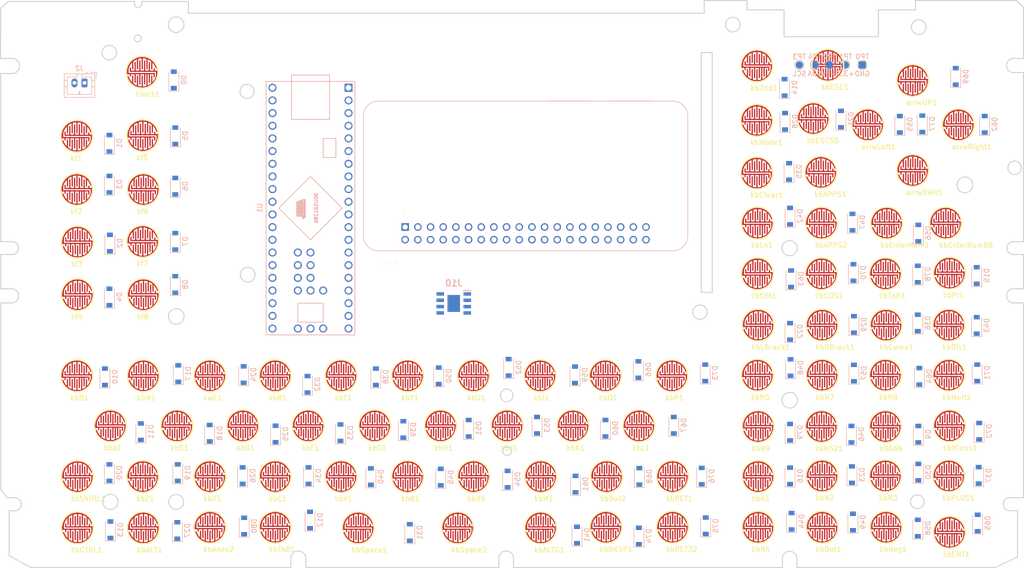
<source format=kicad_pcb>
(kicad_pcb (version 20210228) (generator pcbnew)
  (layers (0 "F.Cu" signal) (31 "B.Cu" signal) (34 "B.Paste" user) (35 "F.Paste" user) (36 "B.SilkS" user "B.Silkscreen") (37 "F.SilkS" user "F.Silkscreen") (38 "B.Mask" user) (39 "F.Mask" user) (44 "Edge.Cuts" user))
  (net 0 "")
  (net 1 "col9")
  (net 2 "col6")
  (net 3 "col7")
  (net 4 "col8")
  (net 5 "col0")
  (net 6 "col2")
  (net 7 "col4")
  (net 8 "col5")
  (net 9 "col3")
  (net 10 "col1")
  (net 15 "+5")
  (net 17 "GND")
  (net 18 "SDA")
  (net 19 "SCL")
  (net 53 "+3.3")
  (net 63 "Net-(D0-Pad2)")
  (net 67 "Net-(D2-Pad2)")
  (net 68 "Net-(D3-Pad2)")
  (net 69 "Net-(D4-Pad2)")
  (net 70 "Net-(D5-Pad2)")
  (net 71 "Net-(D6-Pad2)")
  (net 72 "Net-(D7-Pad2)")
  (net 74 "Net-(D8-Pad2)")
  (net 75 "Net-(D9-Pad2)")
  (net 79 "Net-(D10-Pad2)")
  (net 80 "Net-(D11-Pad2)")
  (net 81 "Net-(D12-Pad2)")
  (net 82 "Net-(D13-Pad2)")
  (net 87 "row0")
  (net 88 "row1")
  (net 89 "row2")
  (net 90 "row3")
  (net 95 "row4")
  (net 96 "row5")
  (net 97 "row6")
  (net 98 "row7")
  (net 103 "Net-(D1-Pad2)")
  (net 104 "row8")
  (net 105 "row9")
  (net 106 "Net-(D14-Pad2)")
  (net 107 "Net-(D15-Pad2)")
  (net 108 "Net-(D16-Pad2)")
  (net 109 "Net-(D17-Pad2)")
  (net 110 "Net-(D18-Pad2)")
  (net 111 "Net-(D19-Pad2)")
  (net 112 "Net-(D20-Pad2)")
  (net 113 "Net-(D21-Pad2)")
  (net 114 "Net-(D22-Pad2)")
  (net 115 "Net-(D23-Pad2)")
  (net 116 "Net-(D24-Pad2)")
  (net 117 "Net-(D25-Pad2)")
  (net 118 "Net-(D26-Pad2)")
  (net 119 "Net-(D27-Pad2)")
  (net 120 "Net-(D28-Pad2)")
  (net 121 "Net-(D29-Pad2)")
  (net 122 "Net-(D30-Pad2)")
  (net 123 "Net-(D31-Pad2)")
  (net 124 "Net-(D32-Pad2)")
  (net 125 "Net-(D33-Pad2)")
  (net 126 "Net-(D34-Pad2)")
  (net 127 "Net-(D35-Pad2)")
  (net 128 "Net-(D36-Pad2)")
  (net 129 "Net-(D37-Pad2)")
  (net 130 "Net-(D38-Pad2)")
  (net 131 "Net-(D39-Pad2)")
  (net 132 "Net-(D40-Pad2)")
  (net 133 "Net-(D41-Pad2)")
  (net 134 "Net-(D42-Pad2)")
  (net 135 "Net-(D43-Pad2)")
  (net 136 "Net-(D44-Pad2)")
  (net 137 "Net-(D45-Pad2)")
  (net 138 "Net-(D46-Pad2)")
  (net 139 "Net-(D47-Pad2)")
  (net 140 "Net-(D48-Pad2)")
  (net 141 "Net-(D49-Pad2)")
  (net 142 "Net-(D50-Pad2)")
  (net 143 "Net-(D51-Pad2)")
  (net 144 "Net-(D52-Pad2)")
  (net 145 "Net-(D53-Pad2)")
  (net 146 "Net-(D54-Pad2)")
  (net 147 "Net-(D55-Pad2)")
  (net 148 "Net-(D56-Pad2)")
  (net 149 "Net-(D57-Pad2)")
  (net 150 "Net-(D58-Pad2)")
  (net 151 "Net-(D59-Pad2)")
  (net 152 "Net-(D60-Pad2)")
  (net 153 "Net-(D61-Pad2)")
  (net 154 "Net-(D62-Pad2)")
  (net 155 "Net-(D63-Pad2)")
  (net 156 "Net-(D64-Pad2)")
  (net 157 "Net-(D65-Pad2)")
  (net 158 "Net-(D66-Pad2)")
  (net 159 "Net-(D67-Pad2)")
  (net 160 "Net-(D68-Pad2)")
  (net 161 "Net-(D69-Pad2)")
  (net 162 "Net-(D70-Pad2)")
  (net 163 "Net-(D71-Pad2)")
  (net 164 "Net-(D72-Pad2)")
  (net 165 "Net-(D73-Pad2)")
  (net 166 "Net-(D74-Pad2)")
  (net 167 "Net-(D75-Pad2)")
  (net 168 "Net-(D76-Pad2)")
  (net 169 "Net-(D77-Pad2)")
  (net 170 "Net-(D78-Pad2)")
  (net 171 "Net-(D79-Pad2)")
  (net 172 "Net-(D80-Pad2)")
  (net 177 "Net-(J1-Pad1)")
  (net 178 "Net-(J10-Pad2)")
  (net 179 "Net-(J10-Pad5)")
  (footprint "18650:Kbpad" (layer "F.Cu") (at 204.343 100.457)
    (fp_text reference "kbLBrack1")
    (fp_text value "(" hide)
  )
  (footprint "18650:Kbpad" (layer "F.Cu") (at 204.089 59.436)
    (fp_text reference "kbMode1")
    (fp_text value "Mode" hide)
  )
  (footprint "18650:Kbpad" (layer "F.Cu") (at 217.043 80.01)
    (fp_text reference "kbAPPS2")
    (fp_text value "Apps" hide)
  )
  (footprint "18650:Kbpad" (layer "F.Cu") (at 67.818 110.617)
    (fp_text reference "kbQ1")
    (fp_text value "Q" hide)
  )
  (footprint "18650:Kbpad" (layer "F.Cu") (at 217.17 110.49)
    (fp_text reference "kbN7")
    (fp_text value "8" hide)
  )
  (footprint "18650:Kbpad" (layer "F.Cu") (at 81.153 141.097)
    (fp_text reference "kbALT1")
    (fp_text value "Alt" hide)
  )
  (footprint "18650:Kbpad" (layer "F.Cu") (at 74.549 120.65)
    (fp_text reference "kbA1")
    (fp_text value "A" hide)
  )
  (footprint "18650:Kbpad" (layer "F.Cu") (at 167.259 120.65)
    (fp_text reference "kbK1")
    (fp_text value "K" hide)
  )
  (footprint "18650:Kbpad" (layer "F.Cu") (at 120.777 130.81)
    (fp_text reference "kbV1")
    (fp_text value "V" hide)
  )
  (footprint "18650:Kbpad" (layer "F.Cu") (at 217.17 140.97)
    (fp_text reference "kbDot1")
    (fp_text value "." hide)
  )
  (footprint "18650:Kbpad" (layer "F.Cu") (at 114.173 120.65)
    (fp_text reference "kbF1")
    (fp_text value "F" hide)
  )
  (footprint "18650:Kbpad" (layer "F.Cu") (at 81.026 62.484)
    (fp_text reference "kf5")
    (fp_text value "F5" hide)
  )
  (footprint "18650:Kbpad" (layer "F.Cu") (at 204.216 80.01)
    (fp_text reference "kbLn1")
    (fp_text value "LN" hide)
  )
  (footprint "18650:Kbpad" (layer "F.Cu") (at 229.87 90.17)
    (fp_text reference "kbTAN1")
    (fp_text value "Tan" hide)
  )
  (footprint "18650:Kbpad" (layer "F.Cu") (at 230.124 80.01)
    (fp_text reference "kbEnterNum1")
    (fp_text value "EnterN" hide)
  )
  (footprint "18650:Kbpad" (layer "F.Cu") (at 160.782 141.097)
    (fp_text reference "kbALTG1")
    (fp_text value "AltG" hide)
  )
  (footprint "18650:Kbpad" (layer "F.Cu") (at 180.467 120.65)
    (fp_text reference "kbL1")
    (fp_text value "L" hide)
  )
  (footprint "18650:Kbpad" (layer "F.Cu") (at 173.99 130.81)
    (fp_text reference "kbDot2")
    (fp_text value "Tet" hide)
  )
  (footprint "18650:Kbpad" (layer "F.Cu") (at 87.884 120.65)
    (fp_text reference "kbS1")
    (fp_text value "S" hide)
  )
  (footprint "18650:Kbpad" (layer "F.Cu") (at 134.112 110.617)
    (fp_text reference "kbY1")
    (fp_text value "Y" hide)
  )
  (footprint "18650:Kbpad" (layer "F.Cu") (at 81.153 94.361)
    (fp_text reference "kf8")
    (fp_text value "F8" hide)
  )
  (footprint "18650:Kbpad" (layer "F.Cu") (at 217.17 130.683)
    (fp_text reference "kbN2")
    (fp_text value "2" hide)
  )
  (footprint "18650:Kbpad" (layer "F.Cu") (at 187.071 110.617)
    (fp_text reference "kbP1")
    (fp_text value "P" hide)
  )
  (footprint "18650:Kbpad" (layer "F.Cu") (at 67.945 83.82)
    (fp_text reference "kf3")
    (fp_text value "F3" hide)
  )
  (footprint "18650:Kbpad" (layer "F.Cu") (at 204.089 69.977)
    (fp_text reference "kbClear1")
    (fp_text value "Clear" hide)
  )
  (footprint "18650:Kbpad" (layer "F.Cu") (at 154.051 120.65)
    (fp_text reference "kbJ1")
    (fp_text value "J" hide)
  )
  (footprint "18650:Kbpad" (layer "F.Cu") (at 124.206 141.097)
    (fp_text reference "kbSpace1")
    (fp_text value "Space" hide)
  )
  (footprint "18650:Kbpad" (layer "F.Cu") (at 229.87 120.777)
    (fp_text reference "kN666")
    (fp_text value "6" hide)
  )
  (footprint "18650:Kbpad" (layer "F.Cu") (at 67.945 130.81)
    (fp_text reference "kbShiftL1")
    (fp_text value "L-Shift" hide)
  )
  (footprint "18650:Kbpad" (layer "F.Cu") (at 144.145 141.097)
    (fp_text reference "kbSpace2")
    (fp_text value "Space" hide)
  )
  (footprint "18650:Kbpad" (layer "F.Cu") (at 235.331 69.469)
    (fp_text reference "arrwDWN1")
    (fp_text value "ArwDwn" hide)
  )
  (footprint "18650:Kbpad" (layer "F.Cu") (at 242.57 110.49)
    (fp_text reference "kbMult1")
    (fp_text value "*" hide)
  )
  (footprint "18650:Kbpad" (layer "F.Cu") (at 80.899 49.784)
    (fp_text reference "klock1")
    (fp_text value "lock" hide)
  )
  (footprint "18650:Kbpad" (layer "F.Cu") (at 120.777 110.617)
    (fp_text reference "kbT1")
    (fp_text value "T" hide)
  )
  (footprint "18650:Kbpad" (layer "F.Cu") (at 229.87 130.683)
    (fp_text reference "kbN3")
    (fp_text value "3" hide)
  )
  (footprint "18650:Kbpad" (layer "F.Cu") (at 160.782 130.81)
    (fp_text reference "kbM1")
    (fp_text value "M" hide)
  )
  (footprint "18650:Kbpad" (layer "F.Cu") (at 229.87 110.49)
    (fp_text reference "kbN8")
    (fp_text value "9" hide)
  )
  (footprint "18650:Kbpad" (layer "F.Cu") (at 67.818 73.279)
    (fp_text reference "kf2")
    (fp_text value "F2" hide)
  )
  (footprint "18650:Kbpad" (layer "F.Cu") (at 204.216 90.17)
    (fp_text reference "kbSIN1")
    (fp_text value "Sin" hide)
  )
  (footprint "18650:Kbpad" (layer "F.Cu") (at 218.313 48.387)
    (fp_text reference "kbESC1")
    (fp_text value "ESC" hide)
  )
  (footprint "18650:Kbpad" (layer "F.Cu") (at 204.089 48.514)
    (fp_text reference "kb2nd1")
    (fp_text value "2ndUP" hide)
  )
  (footprint "18650:Kbpad" (layer "F.Cu") (at 204.216 110.49)
    (fp_text reference "kbN5")
    (fp_text value "7" hide)
  )
  (footprint "18650:Kbpad" (layer "F.Cu") (at 140.716 120.65)
    (fp_text reference "kbH1")
    (fp_text value "H" hide)
  )
  (footprint "18650:Kbpad" (layer "F.Cu") (at 173.736 110.617)
    (fp_text reference "kbO1")
    (fp_text value "O" hide)
  )
  (footprint "18650:Kbpad" (layer "F.Cu") (at 229.997 140.97)
    (fp_text reference "kbNeg1")
    (fp_text value "(-)" hide)
  )
  (footprint "18650:Kbpad" (layer "F.Cu") (at 81.153 73.279)
    (fp_text reference "kf6")
    (fp_text value "F6" hide)
  )
  (footprint "18650:Kbpad" (layer "F.Cu") (at 204.343 120.777)
    (fp_text reference "kbN9")
    (fp_text value "4" hide)
  )
  (footprint "18650:Kbpad" (layer "F.Cu") (at 127.508 120.65)
    (fp_text reference "kbG1")
    (fp_text value "G" hide)
  )
  (footprint "18650:Kbpad" (layer "F.Cu") (at 244.475 60.325)
    (fp_text reference "arrwRight1")
    (fp_text value "ArwRight" hide)
  )
  (footprint "18650:Kbpad" (layer "F.Cu") (at 81.026 83.693)
    (fp_text reference "kf7")
    (fp_text value "F7" hide)
  )
  (footprint "18650:Kbpad" (layer "F.Cu") (at 67.945 141.097)
    (fp_text reference "kbCTRL1")
    (fp_text value "CTRL" hide)
  )
  (footprint "18650:Kbpad" (layer "F.Cu") (at 204.343 130.81)
    (fp_text reference "kbN1")
    (fp_text value "1" hide)
  )
  (footprint "18650:Kbpad" (layer "F.Cu") (at 216.916 69.85)
    (fp_text reference "kbAPPS1")
    (fp_text value "Apps" hide)
  )
  (footprint "18650:Kbpad" (layer "F.Cu") (at 67.945 94.361)
    (fp_text reference "kf4")
    (fp_text value "F4" hide)
  )
  (footprint "18650:Kbpad" (layer "F.Cu") (at 173.863 140.97)
    (fp_text reference "kbBKSP1")
    (fp_text value "BckSp" hide)
  )
  (footprint "18650:Kbpad" (layer "F.Cu") (at 242.697 120.65)
    (fp_text reference "kbMinus1")
    (fp_text value "Minus" hide)
  )
  (footprint "18650:Kbpad" (layer "F.Cu") (at 94.488 130.81)
    (fp_text reference "kbX1")
    (fp_text value "X" hide)
  )
  (footprint "18650:Kbpad" (layer "F.Cu") (at 101.092 120.65)
    (fp_text reference "kbD1")
    (fp_text value "D" hide)
  )
  (footprint "18650:Kbpad" (layer "F.Cu") (at 160.655 110.617)
    (fp_text reference "kbI1")
    (fp_text value "I" hide)
  )
  (footprint "18650:Kbpad" (layer "F.Cu") (at 134.112 130.81)
    (fp_text reference "kbB1")
    (fp_text value "B" hide)
  )
  (footprint "18650:Kbpad" (layer "F.Cu") (at 235.331 51.435)
    (fp_text reference "arrwUP1")
    (fp_text value "ArwUP" hide)
  )
  (footprint "18650:Kbpad" (layer "F.Cu") (at 67.818 62.611)
    (fp_text reference "kf1")
    (fp_text value "F1" hide)
  )
  (footprint "18650:Kbpad" (layer "F.Cu") (at 81.153 110.617)
    (fp_text reference "kbW1")
    (fp_text value "W" hide)
  )
  (footprint "18650:Kbpad" (layer "F.Cu") (at 107.569 140.97)
    (fp_text reference "kbTAB1")
    (fp_text value "TAB" hide)
  )
  (footprint "18650:Kbpad" (layer "F.Cu") (at 226.314 60.325)
    (fp_text reference "arrwLeft1")
    (fp_text value "ArwLeft" hide)
  )
  (footprint "18650:Kbpad" (layer "F.Cu") (at 241.935 80.01)
    (fp_text reference "kbEnterNum66")
    (fp_text value "EnterN" hide)
  )
  (footprint "18650:Kbpad" (layer "F.Cu") (at 242.697 141.986)
    (fp_text reference "kbENT1")
    (fp_text value "ENTER" hide)
  )
  (footprint "18650:Kbpad" (layer "F.Cu") (at 204.343 140.97)
    (fp_text reference "kbN4")
    (fp_text value "0" hide)
  )
  (footprint "18650:Kbpad" (layer "F.Cu") (at 107.569 110.617)
    (fp_text reference "kbR1")
    (fp_text value "R" hide)
  )
  (footprint "18650:Kbpad" (layer "F.Cu") (at 229.997 100.457)
    (fp_text reference "kbComa1")
    (fp_text value "Coma" hide)
  )
  (footprint "18650:Kbpad" (layer "F.Cu") (at 94.488 140.97)
    (fp_text reference "kbAnex2")
    (fp_text value "BTN2" hide)
  )
  (footprint "18650:Kbpad" (layer "F.Cu") (at 215.392 59.055)
    (fp_text reference "kbESC55")
    (fp_text value "ESC" hide)
  )
  (footprint "18650:Kbpad" (layer "F.Cu") (at 217.043 90.17)
    (fp_text reference "kbCOS1")
    (fp_text value "Cos" hide)
  )
  (footprint "18650:Kbpad" (layer "F.Cu") (at 107.569 130.81)
    (fp_text reference "kbC1")
    (fp_text value "C" hide)
  )
  (footprint "18650:Kbpad" (layer "F.Cu") (at 147.32 110.617)
    (fp_text reference "kbU1")
    (fp_text value "U" hide)
  )
  (footprint "18650:Kbpad" (layer "F.Cu") (at 81.026 130.81)
    (fp_text reference "kbZ1")
    (fp_text value "Z" hide)
  )
  (footprint "18650:Kbpad" (layer "F.Cu") (at 187.198 140.97)
    (fp_text reference "kbRET32")
    (fp_text value "Return" hide)
  )
  (footprint "18650:Kbpad" (layer "F.Cu") (at 217.17 100.457)
    (fp_text reference "kbRBrack1")
    (fp_text value ")" hide)
  )
  (footprint "18650:Kbpad" (layer "F.Cu") (at 242.697 90.043)
    (fp_text reference "kbPI1")
    (fp_text value "PI" hide)
  )
  (footprint "18650:Kbpad" (layer "F.Cu") (at 217.043 120.777)
    (fp_text reference "kbN521")
    (fp_text value "5" hide)
  )
  (footprint "18650:Kbpad" (layer "F.Cu") (at 187.198 130.81)
    (fp_text reference "kbRET1")
    (fp_text value "Return" hide)
  )
  (footprint "18650:Kbpad" (layer "F.Cu") (at 94.488 110.617)
    (fp_text reference "kwE1")
    (fp_text value "E" hide)
  )
  (footprint "18650:Kbpad" (layer "F.Cu") (at 242.57 100.457)
    (fp_text reference "kbDiv1")
    (fp_text value "/" hide)
  )
  (footprint "18650:Kbpad" (layer "F.Cu") (at 147.32 130.81)
    (fp_text reference "kbN6")
    (fp_text value "N" hide)
  )
  (footprint "18650:Kbpad" (layer "F.Cu") (at 242.57 130.683)
    (fp_text reference "kbPLUS1")
    (fp_text value "+" hide)
  )
  (footprint "Diode_SMD:D_SOD-123" (layer "B.Cu") (at 236.5 100.1 90)
    (fp_text reference "D36")
    (fp_text value "1N4148W")
  )
  (footprint "Diode_SMD:D_SOD-123" (layer "B.Cu") (at 193.9 110.1 90)
    (fp_text reference "D73")
    (fp_text value "1N4148W")
  )
  (footprint "Diode_SMD:D_SOD-123" (layer "B.Cu") (at 211.1 91.25 90)
    (fp_text reference "D63")
    (fp_text value "1N4148W")
  )
  (footprint "Diode_SMD:D_SOD-123" (layer "B.Cu") (at 73.6 110.9 90)
    (fp_text reference "D10")
    (fp_text value "1N4148W")
  )
  (footprint "Diode_SMD:D_SOD-123" (layer "B.Cu") (at 120.8 122.1 90)
    (fp_text reference "D33")
    (fp_text value "1N4148W")
  )
  (footprint "Diode_SMD:D_SOD-123" (layer "B.Cu") (at 133.4 121.45 90)
    (fp_text reference "D39")
    (fp_text value "1N4148W")
  )
  (footprint "Diode_SMD:D_SOD-123" (layer "B.Cu") (at 114.2 112.4 90)
    (fp_text reference "D32")
    (fp_text value "1N4148W")
  )
  (footprint "TestPoint:TestPoint_Pad_D1.5mm" (layer "B.Cu") (at 222 48.4 180)
    (fp_text reference "TP1")
    (fp_text value "+3.3")
  )
  (footprint "lib:ADA3708_RPI-ZERO" (layer "B.Cu") (at 157.9 82.15)
    (fp_text reference "RPI0")
    (fp_text value "ADA3708")
  )
  (footprint "Diode_SMD:D_SOD-123" (layer "B.Cu") (at 223.5 140 90)
    (fp_text reference "D49")
    (fp_text value "1N4148W")
  )
  (footprint "Diode_SMD:D_SOD-123" (layer "B.Cu") (at 223.7 110.15 90)
    (fp_text reference "D57")
    (fp_text value "1N4148W")
  )
  (footprint "Diode_SMD:D_SOD-123" (layer "B.Cu") (at 223.2 122.4 90)
    (fp_text reference "D46")
    (fp_text value "1N4148W")
  )
  (footprint "Diode_SMD:D_SOD-123" (layer "B.Cu") (at 180.5 109.45 90)
    (fp_text reference "D66")
    (fp_text value "1N4148W")
  )
  (footprint "teensy:SOIC127P600X175-9N" (layer "B.Cu") (at 143.5 96.2 180)
    (fp_text reference "J10")
    (fp_text value "TP4056" hide)
  )
  (footprint "Diode_SMD:D_SOD-123" (layer "B.Cu") (at 223.7 100.4 90)
    (fp_text reference "D29")
    (fp_text value "1N4148W")
  )
  (footprint "Diode_SMD:D_SOD-123" (layer "B.Cu") (at 210.9 101.8 90)
    (fp_text reference "D22")
    (fp_text value "1N4148W")
  )
  (footprint "Diode_SMD:D_SOD-123" (layer "B.Cu") (at 232.9 60.3 90)
    (fp_text reference "D55")
    (fp_text value "1N4148W")
  )
  (footprint "Diode_SMD:D_SOD-123" (layer "B.Cu") (at 154.5 109 90)
    (fp_text reference "D52")
    (fp_text value "1N4148W")
  )
  (footprint "Diode_SMD:D_SOD-123" (layer "B.Cu") (at 88.3 110.25 90)
    (fp_text reference "D17")
    (fp_text value "1N4148W")
  )
  (footprint "Diode_SMD:D_SOD-123" (layer "B.Cu") (at 236.6 82.1 90)
    (fp_text reference "D56")
    (fp_text value "1N4148W")
  )
  (footprint "Diode_SMD:D_SOD-123" (layer "B.Cu") (at 101.2 130.7 90)
    (fp_text reference "D26")
    (fp_text value "1N4148W")
  )
  (footprint "Diode_SMD:D_SOD-123" (layer "B.Cu") (at 210.7 69.75 90)
    (fp_text reference "D35")
    (fp_text value "1N4148W")
  )
  (footprint "Diode_SMD:D_SOD-123" (layer "B.Cu") (at 94.6 122.2 90)
    (fp_text reference "D18")
    (fp_text value "1N4148W")
  )
  (footprint "Diode_SMD:D_SOD-123" (layer "B.Cu") (at 209.9 59.7 90)
    (fp_text reference "D28")
    (fp_text value "1N4148W")
  )
  (footprint "teensy:Teensy2.0++" (layer "B.Cu") (at 114.8 77.1 -90)
    (fp_text reference "U1")
    (fp_text value "Teensy++2.0_(Arduino)")
  )
  (footprint "Diode_SMD:D_SOD-123" (layer "B.Cu") (at 74.5 64.1 90)
    (fp_text reference "D1")
    (fp_text value "1N4148W")
  )
  (footprint "Diode_SMD:D_SOD-123" (layer "B.Cu") (at 237.4 60.2 90)
    (fp_text reference "D77")
    (fp_text value "1N4148W")
  )
  (footprint "Diode_SMD:D_SOD-123" (layer "B.Cu") (at 87.7 83.75 90)
    (fp_text reference "D7")
    (fp_text value "1N4148W")
  )
  (footprint "Diode_SMD:D_SOD-123" (layer "B.Cu") (at 211.2 139.85 90)
    (fp_text reference "D44")
    (fp_text value "1N4148W")
  )
  (footprint "Diode_SMD:D_SOD-123" (layer "B.Cu") (at 167.8 110.5 90)
    (fp_text reference "D59")
    (fp_text value "1N4148W")
  )
  (footprint "Diode_SMD:D_SOD-123" (layer "B.Cu") (at 248.7 130.65 90)
    (fp_text reference "D37")
    (fp_text value "1N4148W")
  )
  (footprint "Diode_SMD:D_SOD-123" (layer "B.Cu") (at 74.5 94.9 90)
    (fp_text reference "D4")
    (fp_text value "1N4148W")
  )
  (footprint "Diode_SMD:D_SOD-123" (layer "B.Cu") (at 101.4 110.45 90)
    (fp_text reference "D24")
    (fp_text value "1N4148W")
  )
  (footprint "Diode_SMD:D_SOD-123" (layer "B.Cu") (at 209.8 52.9 90)
    (fp_text reference "D14")
    (fp_text value "1N4148W")
  )
  (footprint "Diode_SMD:D_SOD-123" (layer "B.Cu") (at 180.7 130.85 90)
    (fp_text reference "D68")
    (fp_text value "1N4148W")
  )
  (footprint "Diode_SMD:D_SOD-123" (layer "B.Cu") (at 210.9 78.7 90)
    (fp_text reference "D42")
    (fp_text value "1N4148W")
  )
  (footprint "Diode_SMD:D_SOD-123" (layer "B.Cu") (at 160.2 120.6 90)
    (fp_text reference "D53")
    (fp_text value "1N4148W")
  )
  (footprint "Diode_SMD:D_SOD-123" (layer "B.Cu") (at 87.7 72.7 90)
    (fp_text reference "D6")
    (fp_text value "1N4148W")
  )
  (footprint "TestPoint:TestPoint_Pad_D1.5mm" (layer "B.Cu") (at 212.769048 48.4 180)
    (fp_text reference "TP3")
    (fp_text value "SCL")
  )
  (footprint "Diode_SMD:D_SOD-123" (layer "B.Cu") (at 248.3 90.6 90)
    (fp_text reference "D15")
    (fp_text value "1N4148W")
  )
  (footprint "Diode_SMD:D_SOD-123" (layer "B.Cu") (at 236.5 90.3 90)
    (fp_text reference "D78")
    (fp_text value "1N4148W")
  )
  (footprint "Diode_SMD:D_SOD-123" (layer "B.Cu") (at 180.6 142.8 90)
    (fp_text reference "D74")
    (fp_text value "1N4148W")
  )
  (footprint "Diode_SMD:D_SOD-123" (layer "B.Cu") (at 126.9 130.9 90)
    (fp_text reference "D40")
    (fp_text value "1N4148W")
  )
  (footprint "Diode_SMD:D_SOD-123" (layer "B.Cu") (at 236.5 141.2 90)
    (fp_text reference "D58")
    (fp_text value "1N4148W")
  )
  (footprint "Diode_SMD:D_SOD-123" (layer "B.Cu") (at 114.4 130.7 90)
    (fp_text reference "D34")
    (fp_text value "1N4148W")
  )
  (footprint "Diode_SMD:D_SOD-123" (layer "B.Cu") (at 74.5 72.3 90)
    (fp_text reference "D3")
    (fp_text value "1N4148W")
  )
  (footprint "Diode_SMD:D_SOD-123" (layer "B.Cu") (at 187.6 120.6 90)
    (fp_text reference "D67")
    (fp_text value "1N4148W")
  )
  (footprint "Diode_SMD:D_SOD-123" (layer "B.Cu") (at 101.5 140.8 90)
    (fp_text reference "D80")
    (fp_text value "1N4148W")
  )
  (footprint "Diode_SMD:D_SOD-123" (layer "B.Cu") (at 248.4 110.1 90)
    (fp_text reference "D71")
    (fp_text value "1N4148W")
  )
  (footprint "Diode_SMD:D_SOD-123" (layer "B.Cu") (at 114.7 139.6 90)
    (fp_text reference "D12")
    (fp_text value "1N4148W")
  )
  (footprint "Diode_SMD:D_SOD-123" (layer "B.Cu") (at 193.2 130.8 90)
    (fp_text reference "D76")
    (fp_text value "1N4148W")
  )
  (footprint "Diode_SMD:D_SOD-123" (layer "B.Cu") (at 210.9 130.75 90)
    (fp_text reference "D16")
    (fp_text value "1N4148W")
  )
  (footprint "Diode_SMD:D_SOD-123" (layer "B.Cu") (at 154.3 131.4 90)
    (fp_text reference "D54")
    (fp_text value "1N4148W")
  )
  (footprint "Diode_SMD:D_SOD-123" (layer "B.Cu") (at 236.6 122.4 90)
    (fp_text reference "D9")
    (fp_text value "1N4148W")
  )
  (footprint "Diode_SMD:D_SOD-123" (layer "B.Cu") (at 140.5 110.7 90)
    (fp_text reference "D50")
    (fp_text value "1N4148W")
  )
  (footprint "Diode_SMD:D_SOD-123" (layer "B.Cu") (at 88.2 130.1 90)
    (fp_text reference "D19")
    (fp_text value "1N4148W")
  )
  (footprint "Diode_SMD:D_SOD-123" (layer "B.Cu") (at 87.7 62.6 90)
    (fp_text reference "D5")
    (fp_text value "1N4148W")
  )
  (footprint "TestPoint:TestPoint_Pad_D1.5mm" (layer "B.Cu") (at 218.769048 48.4 180)
    (fp_text reference "TP2")
    (fp_text value "+5v")
  )
  (footprint "Diode_SMD:D_SOD-123" (layer "B.Cu") (at 87.7 92.4 90)
    (fp_text reference "D8")
    (fp_text value "1N4148W")
  )
  (footprint "Diode_SMD:D_SOD-123" (layer "B.Cu") (at 140.9 131 90)
    (fp_text reference "D45")
    (fp_text value "1N4148W")
  )
  (footprint "Diode_SMD:D_SOD-123" (layer "B.Cu") (at 221.1 59.25 90)
    (fp_text reference "D21")
    (fp_text value "1N4148W")
  )
  (footprint "Diode_SMD:D_SOD-123" (layer "B.Cu") (at 74.7 141.55 90)
    (fp_text reference "D13")
    (fp_text value "1N4148W")
  )
  (footprint "Diode_SMD:D_SOD-123" (layer "B.Cu") (at 80.8 121.9 90)
    (fp_text reference "D11")
    (fp_text value "1N4148W")
  )
  (footprint "Diode_SMD:D_SOD-123" (layer "B.Cu") (at 74.6 84.1 90)
    (fp_text reference "D2")
    (fp_text value "1N4148W")
  )
  (footprint "Diode_SMD:D_SOD-123" (layer "B.Cu") (at 194 140.75 90)
    (fp_text reference "D75")
    (fp_text value "1N4148W")
  )
  (footprint "Diode_SMD:D_SOD-123" (layer "B.Cu") (at 87.4 51.4 90)
    (fp_text reference "D0")
    (fp_text value "1N4148W")
  )
  (footprint "Diode_SMD:D_SOD-123" (layer "B.Cu") (at 167.9 132.4 90)
    (fp_text reference "D61")
    (fp_text value "1N4148W")
  )
  (footprint "TestPoint:TestPoint_Pad_D1.5mm" (layer "B.Cu") (at 215.85 48.4 180)
    (fp_text reference "TP4")
    (fp_text value "SDA")
  )
  (footprint "Diode_SMD:D_SOD-123" (layer "B.Cu") (at 173.9 121.2 90)
    (fp_text reference "D60")
    (fp_text value "1N4148W")
  )
  (footprint "Diode_SMD:D_SOD-123" (layer "B.Cu") (at 248.5 140.2 90)
    (fp_text reference "D65")
    (fp_text value "1N4148W")
  )
  (footprint "Diode_SMD:D_SOD-123" (layer "B.Cu") (at 146.5 121.2 90)
    (fp_text reference "D51")
    (fp_text value "1N4148W")
  )
  (footprint "Diode_SMD:D_SOD-123" (layer "B.Cu") (at 223.3 130.5 90)
    (fp_text reference "D23")
    (fp_text value "1N4148W")
  )
  (footprint "Diode_SMD:D_SOD-123" (layer "B.Cu") (at 236.6 130 90)
    (fp_text reference "D30")
    (fp_text value "1N4148W")
  )
  (footprint "Diode_SMD:D_SOD-123" (layer "B.Cu") (at 236.8 110.8 90)
    (fp_text reference "D64")
    (fp_text value "1N4148W")
  )
  (footprint "Diode_SMD:D_SOD-123" (layer "B.Cu") (at 127.9 110.9 90)
    (fp_text reference "D38")
    (fp_text value "1N4148W")
  )
  (footprint "Diode_SMD:D_SOD-123" (layer "B.Cu") (at 134.7 142.1 90)
    (fp_text reference "D31")
    (fp_text value "1N4148W")
  )
  (footprint "Diode_SMD:D_SOD-123" (layer "B.Cu") (at 107.8 122.35 90)
    (fp_text reference "D25")
    (fp_text value "1N4148W")
  )
  (footprint "Diode_SMD:D_SOD-123" (layer "B.Cu") (at 74.5 130.1 90)
    (fp_text reference "D20")
    (fp_text value "1N4148W")
  )
  (footprint "Connector_JST:JST_PH_B2B-PH-K_1x02_P2.00mm_Vertical" (layer "B.Cu") (at 69.5 52 180)
    (fp_text reference "J2")
    (fp_text value "Conn_01x02")
  )
  (footprint "Diode_SMD:D_SOD-123" (layer "B.Cu") (at 223.6 90 90)
    (fp_text reference "D70")
    (fp_text value "1N4148W")
  )
  (footprint "Diode_SMD:D_SOD-123" (layer "B.Cu") (at 248.3 100.6 90)
    (fp_text reference "D43")
    (fp_text value "1N4148W")
  )
  (footprint "Diode_SMD:D_SOD-123" (layer "B.Cu") (at 248.8 121.8 90)
    (fp_text reference "D72")
    (fp_text value "1N4148W")
  )
  (footprint "Diode_SMD:D_SOD-123" (layer "B.Cu") (at 210.9 122 90)
    (fp_text reference "D79")
    (fp_text value "1N4148W")
  )
  (footprint "Diode_SMD:D_SOD-123" (layer "B.Cu") (at 211 109.05 90)
    (fp_text reference "D48")
    (fp_text value "1N4148W")
  )
  (footprint "TestPoint:TestPoint_Pad_D1.5mm" (layer "B.Cu") (at 225.369048 48.4 180)
    (fp_text reference "TP0")
    (fp_text value "GND")
  )
  (footprint "Diode_SMD:D_SOD-123" (layer "B.Cu") (at 244.1 50.7 90)
    (fp_text reference "D69")
    (fp_text value "1N4148W")
  )
  (footprint "Diode_SMD:D_SOD-123" (layer "B.Cu") (at 249.9 60.3 90)
    (fp_text reference "D62")
    (fp_text value "1N4148W")
  )
  (footprint "Diode_SMD:D_SOD-123" (layer "B.Cu") (at 88.1 141.7 90)
    (fp_text reference "D27")
    (fp_text value "1N4148W")
  )
  (footprint "Diode_SMD:D_SOD-123" (layer "B.Cu") (at 223.4 79.9 90)
    (fp_text reference "D47")
    (fp_text value "1N4148W")
  )
  (footprint "Diode_SMD:D_SOD-123" (layer "B.Cu") (at 168.2 142.6 90)
    (fp_text reference "D41")
    (fp_text value "1N4148W")
  )
  (gr_circle (center 87.878047 40.344488) (end 89.444787 40.344488) (layer "Edge.Cuts") (width 0.2) (fill none))
  (gr_line (start 79.511033 36.156607) (end 79.511033 35.679961) (layer "Edge.Cuts") (width 0.2))
  (gr_line (start 255.606555 83.823101) (end 257.689234 83.823101) (layer "Edge.Cuts") (width 0.2))
  (gr_line (start 110.846228 149.119453) (end 110.846228 147.163339) (layer "Edge.Cuts") (width 0.2))
  (gr_circle (center 74.483398 45.931651) (end 75.949141 45.931651) (layer "Edge.Cuts") (width 0.2) (fill none))
  (gr_arc (start 210.82 147.32) (end 212.262719 147.163339) (angle -167.6054087) (layer "Edge.Cuts") (width 0.2))
  (gr_line (start 209.377282 149.119453) (end 209.377282 147.163339) (layer "Edge.Cuts") (width 0.2))
  (gr_line (start 193.118721 45.931651) (end 193.118721 93.981961) (layer "Edge.Cuts") (width 0.2))
  (gr_line (start 54.04491 135.132346) (end 55.745854 135.132346) (layer "Edge.Cuts") (width 0.2))
  (gr_line (start 152.531859 149.119453) (end 152.531859 147.163339) (layer "Edge.Cuts") (width 0.2))
  (gr_circle (center 154.125536 114.61403) (end 155.404122 114.61403) (layer "Edge.Cuts") (width 0.2) (fill none))
  (gr_line (start 255.331018 93.260233) (end 257.689234 93.260233) (layer "Edge.Cuts") (width 0.2))
  (gr_line (start 257.689234 96.090722) (end 255.331018 96.090722) (layer "Edge.Cuts") (width 0.2))
  (gr_line (start 193.118721 93.981961) (end 195.303758 93.981961) (layer "Edge.Cuts") (width 0.2))
  (gr_line (start 52.717112 93.260233) (end 54.959219 93.260233) (layer "Edge.Cuts") (width 0.2))
  (gr_line (start 54.959219 96.090722) (end 52.717112 96.090722) (layer "Edge.Cuts") (width 0.2))
  (gr_line (start 193.694947 38.05739) (end 90.332734 38.05739) (layer "Edge.Cuts") (width 0.2))
  (gr_circle (center 192.840498 97.951596) (end 194.284512 97.951596) (layer "Edge.Cuts") (width 0.2) (fill none))
  (gr_circle (center 199.435898 40.316777) (end 200.901773 40.316777) (layer "Edge.Cuts") (width 0.2) (fill none))
  (gr_line (start 54.421544 137.726318) (end 54.421544 146.763476) (layer "Edge.Cuts") (width 0.2))
  (gr_circle (center 102.206153 90.441791) (end 103.68554 90.441791) (layer "Edge.Cuts") (width 0.2) (fill none))
  (gr_line (start 113.877101 149.119453) (end 152.531859 149.119453) (layer "Edge.Cuts") (width 0.2))
  (gr_line (start 255.606555 47.090876) (end 257.689234 47.090876) (layer "Edge.Cuts") (width 0.2))
  (gr_line (start 195.303758 45.931651) (end 193.118721 45.931651) (layer "Edge.Cuts") (width 0.2))
  (gr_line (start 251.944476 149.119453) (end 256.471212 147.020908) (layer "Edge.Cuts") (width 0.2))
  (gr_circle (center 74.701449 135.95338) (end 76.228335 135.95338) (layer "Edge.Cuts") (width 0.2) (fill none))
  (gr_arc (start 255.79535 94.675477) (end 255.331018 93.260233) (angle -143.6713864) (layer "Edge.Cuts") (width 0.2))
  (gr_line (start 257.689234 83.823101) (end 257.689234 49.923788) (layer "Edge.Cuts") (width 0.2))
  (gr_line (start 54.421544 146.763476) (end 58.807415 149.119453) (layer "Edge.Cuts") (width 0.2))
  (gr_line (start 257.689234 47.090876) (end 257.689234 36.881652) (layer "Edge.Cuts") (width 0.2))
  (gr_line (start 212.262719 149.119453) (end 251.944476 149.119453) (layer "Edge.Cuts") (width 0.2))
  (gr_line (start 254.728595 135.132346) (end 257.689234 135.132346) (layer "Edge.Cuts") (width 0.2))
  (gr_line (start 257.689234 135.132346) (end 257.689234 96.090722) (layer "Edge.Cuts") (width 0.2))
  (gr_line (start 52.717112 86.388986) (end 52.717112 93.260233) (layer "Edge.Cuts") (width 0.2))
  (gr_line (start 52.717112 133.461221) (end 54.04491 135.132346) (layer "Edge.Cuts") (width 0.2))
  (gr_line (start 113.877101 147.163339) (end 113.877101 149.119453) (layer "Edge.Cuts") (width 0.2))
  (gr_circle (center 236.679784 40.819986) (end 238.151394 40.819986) (layer "Edge.Cuts") (width 0.2) (fill none))
  (gr_arc (start 255.690745 48.507332) (end 255.606555 47.090876) (angle -173.1970275) (layer "Edge.Cuts") (width 0.2))
  (gr_line (start 202.267532 37.359827) (end 202.267532 35.489194) (layer "Edge.Cuts") (width 0.2))
  (gr_line (start 54.241741 35.679961) (end 52.717112 37.069415) (layer "Edge.Cuts") (width 0.2))
  (gr_line (start 256.221918 35.489194) (end 236.043554 35.489194) (layer "Edge.Cuts") (width 0.2))
  (gr_arc (start 112.361665 147.31651) (end 113.877101 147.163339) (angle -168.4570531) (layer "Edge.Cuts") (width 0.2))
  (gr_line (start 80.960981 35.679961) (end 80.960981 36.156607) (layer "Edge.Cuts") (width 0.2))
  (gr_line (start 55.171351 86.388986) (end 52.717112 86.388986) (layer "Edge.Cuts") (width 0.2))
  (gr_line (start 257.689234 93.260233) (end 257.689234 86.388986) (layer "Edge.Cuts") (width 0.2))
  (gr_circle (center 245.939281 72.444126) (end 247.524355 72.444126) (layer "Edge.Cuts") (width 0.2) (fill none))
  (gr_line (start 55.745854 137.726318) (end 54.421544 137.726318) (layer "Edge.Cuts") (width 0.2))
  (gr_arc (start 80.236007 36.147063) (end 79.511033 36.156607) (angle -178.4914123) (layer "Edge.Cuts") (width 0.2))
  (gr_circle (center 87.88076 135.979552) (end 89.371628 135.979552) (layer "Edge.Cuts") (width 0.2) (fill none))
  (gr_line (start 212.262719 147.163339) (end 212.262719 149.119453) (layer "Edge.Cuts") (width 0.2))
  (gr_circle (center 80.175766 43.078464) (end 80.864428 43.078464) (layer "Edge.Cuts") (width 0.2) (fill none))
  (gr_line (start 52.717112 50.122276) (end 52.717112 83.823101) (layer "Edge.Cuts") (width 0.2))
  (gr_line (start 193.694947 35.489194) (end 193.694947 38.05739) (layer "Edge.Cuts") (width 0.2))
  (gr_circle (center 87.888351 98.810974) (end 89.458259 98.810974) (layer "Edge.Cuts") (width 0.2) (fill none))
  (gr_line (start 257.689234 49.923788) (end 255.606555 49.923788) (layer "Edge.Cuts") (width 0.2))
  (gr_line (start 90.332734 35.679961) (end 80.960981 35.679961) (layer "Edge.Cuts") (width 0.2))
  (gr_line (start 52.717112 96.090722) (end 52.717112 133.461221) (layer "Edge.Cuts") (width 0.2))
  (gr_line (start 58.807415 149.119453) (end 110.846228 149.119453) (layer "Edge.Cuts") (width 0.2))
  (gr_circle (center 154.180538 125.769149) (end 155.067666 125.769149) (layer "Edge.Cuts") (width 0.2) (fill none))
  (gr_circle (center 210.791464 85.116178) (end 212.317255 85.116178) (layer "Edge.Cuts") (width 0.2) (fill none))
  (gr_line (start 55.171351 50.122276) (end 52.717112 50.122276) (layer "Edge.Cuts") (width 0.2))
  (gr_line (start 236.043554 35.489194) (end 236.043554 37.359827) (layer "Edge.Cuts") (width 0.2))
  (gr_line (start 90.332734 38.05739) (end 90.332734 35.679961) (layer "Edge.Cuts") (width 0.2))
  (gr_circle (center 102.083289 53.701064) (end 103.49673 53.701064) (layer "Edge.Cuts") (width 0.2) (fill none))
  (gr_circle (center 255.903099 69.014106) (end 257.255485 69.014106) (layer "Edge.Cuts") (width 0.2) (fill none))
  (gr_line (start 195.303758 93.981961) (end 195.303758 45.931651) (layer "Edge.Cuts") (width 0.2))
  (gr_circle (center 236.400046 135.930695) (end 237.773608 135.930695) (layer "Edge.Cuts") (width 0.2) (fill none))
  (gr_line (start 209.695877 42.739423) (end 209.695877 37.359827) (layer "Edge.Cuts") (width 0.2))
  (gr_line (start 155.474869 149.119453) (end 209.377282 149.119453) (layer "Edge.Cuts") (width 0.2))
  (gr_line (start 202.267532 35.489194) (end 193.694947 35.489194) (layer "Edge.Cuts") (width 0.2))
  (gr_line (start 228.60273 37.359827) (end 228.60273 42.739423) (layer "Edge.Cuts") (width 0.2))
  (gr_arc (start 255.659573 85.106043) (end 255.606555 83.823101) (angle -175.2671709) (layer "Edge.Cuts") (width 0.2))
  (gr_line (start 236.043554 37.359827) (end 228.60273 37.359827) (layer "Edge.Cuts") (width 0.2))
  (gr_line (start 155.474869 147.163339) (end 155.474869 149.119453) (layer "Edge.Cuts") (width 0.2))
  (gr_line (start 209.695877 37.359827) (end 202.267532 37.359827) (layer "Edge.Cuts") (width 0.2))
  (gr_line (start 256.471212 147.020908) (end 256.471212 137.726318) (layer "Edge.Cuts") (width 0.2))
  (gr_arc (start 154.003364 147.277263) (end 155.474869 147.163339) (angle -171.1460056) (layer "Edge.Cuts") (width 0.2))
  (gr_line (start 228.60273 42.739423) (end 209.695877 42.739423) (layer "Edge.Cuts") (width 0.2))
  (gr_arc (start 54.913918 94.675477) (end 54.959219 96.090722) (angle -176.3331845) (layer "Edge.Cuts") (width 0.2))
  (gr_arc (start 54.959219 48.606576) (end 55.171351 50.122276) (angle -164.0656825) (layer "Edge.Cuts") (width 0.2))
  (gr_arc (start 54.973749 85.106043) (end 55.171351 86.388986) (angle -162.4879429) (layer "Edge.Cuts") (width 0.2))
  (gr_line (start 79.511033 35.679961) (end 54.241741 35.679961) (layer "Edge.Cuts") (width 0.2))
  (gr_line (start 257.689234 86.388986) (end 255.606555 86.388986) (layer "Edge.Cuts") (width 0.2))
  (gr_circle (center 210.828905 115.588816) (end 212.395558 115.588816) (layer "Edge.Cuts") (width 0.2) (fill none))
  (gr_line (start 256.471212 137.726318) (end 254.728595 137.726318) (layer "Edge.Cuts") (width 0.2))
  (gr_arc (start 55.534702 136.429332) (end 55.745854 137.726318) (angle -161.5064934) (layer "Edge.Cuts") (width 0.2))
  (gr_line (start 52.717112 83.823101) (end 55.171351 83.823101) (layer "Edge.Cuts") (width 0.2))
  (gr_line (start 257.689234 36.881652) (end 256.221918 35.489194) (layer "Edge.Cuts") (width 0.2))
  (gr_line (start 52.673491 47.090876) (end 55.171351 47.090876) (layer "Edge.Cuts") (width 0.2))
  (gr_arc (start 254.921535 136.429332) (end 254.728595 135.132346) (angle -163.0774196) (layer "Edge.Cuts") (width 0.2))
  (gr_line (start 52.717112 37.069415) (end 52.673491 47.090876) (layer "Edge.Cuts") (width 0.2))
)
</source>
